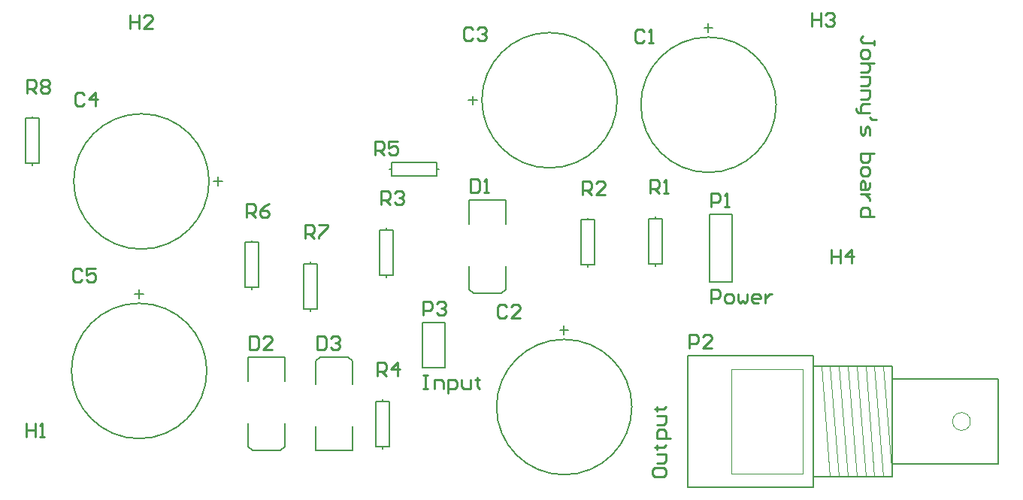
<source format=gto>
G04*
G04 #@! TF.GenerationSoftware,Altium Limited,Altium Designer,20.0.9 (164)*
G04*
G04 Layer_Color=65535*
%FSLAX25Y25*%
%MOIN*%
G70*
G01*
G75*
%ADD10C,0.00787*%
%ADD11C,0.00098*%
%ADD12C,0.00098*%
%ADD13C,0.01000*%
%ADD14C,0.00591*%
D10*
X85500Y54000D02*
G03*
X85500Y54000I-30000J0D01*
G01*
X267500Y174000D02*
G03*
X267500Y174000I-30000J0D01*
G01*
X338000Y172000D02*
G03*
X338000Y172000I-30000J0D01*
G01*
X274000Y38000D02*
G03*
X274000Y38000I-30000J0D01*
G01*
X86500Y138000D02*
G03*
X86500Y138000I-30000J0D01*
G01*
X150071Y48169D02*
Y58406D01*
X148299Y60177D02*
X150071Y58406D01*
X133909D02*
X135701Y60177D01*
X133929Y18839D02*
Y29469D01*
X150071Y18839D02*
Y29469D01*
X133929Y18839D02*
X150071D01*
X135701Y60177D02*
X148299D01*
X133929Y48169D02*
Y58406D01*
X308500Y123500D02*
X318500D01*
Y93500D02*
Y123500D01*
X308500Y93500D02*
X318500D01*
X308500D02*
Y123500D01*
X389492Y12681D02*
Y50476D01*
X354453Y6972D02*
Y56185D01*
X298941Y2445D02*
X354453D01*
Y6972D01*
X389492D01*
Y12681D01*
X436343D01*
Y50476D01*
X389492D02*
X436343D01*
X389492D02*
Y56185D01*
X354453D02*
X389492D01*
X354453D02*
Y60713D01*
X298941D02*
X354453D01*
X298941Y2445D02*
Y60713D01*
X181000Y55500D02*
Y75500D01*
Y55500D02*
X191000D01*
Y75500D01*
X181000D02*
X191000D01*
X8000Y166000D02*
Y166900D01*
Y145100D02*
Y146000D01*
Y166000D02*
X11000D01*
Y146000D02*
Y166000D01*
X5000Y146000D02*
X11000D01*
X5000D02*
Y166000D01*
X8000D01*
X284500Y101500D02*
X287500D01*
Y121500D01*
X281500D02*
X287500D01*
X281500Y101500D02*
Y121500D01*
Y101500D02*
X284500D01*
Y121500D02*
Y122400D01*
Y100600D02*
Y101500D01*
X251500Y121000D02*
X254500D01*
X251500Y101000D02*
Y121000D01*
Y101000D02*
X257500D01*
Y121000D01*
X254500D02*
X257500D01*
X254500Y100100D02*
Y101000D01*
Y121000D02*
Y121900D01*
X162000Y116500D02*
X165000D01*
X162000Y96500D02*
Y116500D01*
Y96500D02*
X168000D01*
Y116500D01*
X165000D02*
X168000D01*
X165000Y95600D02*
Y96500D01*
Y116500D02*
Y117400D01*
X160500Y40500D02*
X163500D01*
X160500Y20500D02*
Y40500D01*
Y20500D02*
X166500D01*
Y40500D01*
X163500D02*
X166500D01*
X163500Y19600D02*
Y20500D01*
Y40500D02*
Y41400D01*
X218071Y90232D02*
Y100469D01*
X203701Y88461D02*
X216299D01*
X201929Y129799D02*
X218071D01*
X201929Y119169D02*
Y129799D01*
X218071Y119169D02*
Y129799D01*
X216299Y88461D02*
X218091Y90232D01*
X201929D02*
X203701Y88461D01*
X201929Y90232D02*
Y100469D01*
X167500Y140500D02*
Y143500D01*
Y140500D02*
X187500D01*
Y146500D01*
X167500D02*
X187500D01*
X167500Y143500D02*
Y146500D01*
X187500Y143500D02*
X188400D01*
X166600D02*
X167500D01*
X120071Y20594D02*
Y30831D01*
X105701Y18823D02*
X118299D01*
X103929Y60161D02*
X120071D01*
X103929Y49531D02*
Y60161D01*
X120071Y49531D02*
Y60161D01*
X118299Y18823D02*
X120091Y20594D01*
X103929D02*
X105701Y18823D01*
X103929Y20594D02*
Y30831D01*
X128500Y101500D02*
X131500D01*
X128500Y81500D02*
Y101500D01*
Y81500D02*
X134500D01*
Y101500D01*
X131500D02*
X134500D01*
X131500Y80600D02*
Y81500D01*
Y101500D02*
Y102400D01*
X102500Y111000D02*
X105500D01*
X102500Y91000D02*
Y111000D01*
Y91000D02*
X108500D01*
Y111000D01*
X105500D02*
X108500D01*
X105500Y90100D02*
Y91000D01*
Y111000D02*
Y111900D01*
D11*
X424138Y31579D02*
G03*
X424138Y31579I-3937J0D01*
G01*
X349728Y8350D02*
Y54807D01*
X357996Y56185D02*
X361933Y6972D01*
Y56185D02*
X365870Y6972D01*
Y56185D02*
X369807Y6972D01*
Y56185D02*
X373744Y6972D01*
Y56185D02*
X377681Y6972D01*
Y56185D02*
X381618Y6972D01*
Y56185D02*
X385555Y6972D01*
Y56185D02*
X389492Y6972D01*
D12*
X436343Y12681D02*
Y50476D01*
X389492D02*
X436343D01*
X389492Y12681D02*
Y50476D01*
Y12681D02*
X436343D01*
X389492Y6972D02*
Y12681D01*
X354453Y6972D02*
X389492D01*
X354453D02*
Y56185D01*
X389492D01*
Y50476D02*
Y56185D01*
X354453Y2445D02*
Y6972D01*
X298941Y2445D02*
X354453D01*
X298941D02*
Y60713D01*
X354453D01*
Y56185D02*
Y60713D01*
X318232Y54807D02*
X349728D01*
X318232Y8350D02*
Y54807D01*
Y8350D02*
X349728D01*
D13*
X30099Y98498D02*
X29099Y99498D01*
X27100D01*
X26100Y98498D01*
Y94500D01*
X27100Y93500D01*
X29099D01*
X30099Y94500D01*
X36097Y99498D02*
X32098D01*
Y96499D01*
X34097Y97499D01*
X35097D01*
X36097Y96499D01*
Y94500D01*
X35097Y93500D01*
X33098D01*
X32098Y94500D01*
X134500Y69536D02*
Y63538D01*
X137499D01*
X138499Y64538D01*
Y68536D01*
X137499Y69536D01*
X134500D01*
X140498Y68536D02*
X141498Y69536D01*
X143497D01*
X144497Y68536D01*
Y67536D01*
X143497Y66537D01*
X142497D01*
X143497D01*
X144497Y65537D01*
Y64538D01*
X143497Y63538D01*
X141498D01*
X140498Y64538D01*
X309100Y84100D02*
Y90098D01*
X312099D01*
X313099Y89098D01*
Y87099D01*
X312099Y86099D01*
X309100D01*
X316098Y84100D02*
X318097D01*
X319097Y85100D01*
Y87099D01*
X318097Y88099D01*
X316098D01*
X315098Y87099D01*
Y85100D01*
X316098Y84100D01*
X321096Y88099D02*
Y85100D01*
X322096Y84100D01*
X323095Y85100D01*
X324095Y84100D01*
X325095Y85100D01*
Y88099D01*
X330093Y84100D02*
X328094D01*
X327094Y85100D01*
Y87099D01*
X328094Y88099D01*
X330093D01*
X331093Y87099D01*
Y86099D01*
X327094D01*
X333092Y88099D02*
Y84100D01*
Y86099D01*
X334092Y87099D01*
X335092Y88099D01*
X336091D01*
X309100Y126900D02*
Y132898D01*
X312099D01*
X313099Y131898D01*
Y129899D01*
X312099Y128899D01*
X309100D01*
X315098Y126900D02*
X317097D01*
X316098D01*
Y132898D01*
X315098Y131898D01*
X283001Y10004D02*
Y8005D01*
X284001Y7005D01*
X288000D01*
X288999Y8005D01*
Y10004D01*
X288000Y11004D01*
X284001D01*
X283001Y10004D01*
X285001Y13003D02*
X288000D01*
X288999Y14003D01*
Y17002D01*
X285001D01*
X284001Y20001D02*
X285001D01*
Y19001D01*
Y21001D01*
Y20001D01*
X288000D01*
X288999Y21001D01*
X290999Y24000D02*
X285001D01*
Y26999D01*
X286000Y27998D01*
X288000D01*
X288999Y26999D01*
Y24000D01*
X285001Y29998D02*
X288000D01*
X288999Y30997D01*
Y33996D01*
X285001D01*
X284001Y36995D02*
X285001D01*
Y35996D01*
Y37995D01*
Y36995D01*
X288000D01*
X288999Y37995D01*
X299500Y64100D02*
Y70098D01*
X302499D01*
X303499Y69098D01*
Y67099D01*
X302499Y66099D01*
X299500D01*
X309497Y64100D02*
X305498D01*
X309497Y68099D01*
Y69098D01*
X308497Y70098D01*
X306498D01*
X305498Y69098D01*
X181600Y52098D02*
X183599D01*
X182600D01*
Y46100D01*
X181600D01*
X183599D01*
X186598D02*
Y50099D01*
X189597D01*
X190597Y49099D01*
Y46100D01*
X192596Y44101D02*
Y50099D01*
X195596D01*
X196595Y49099D01*
Y47100D01*
X195596Y46100D01*
X192596D01*
X198594Y50099D02*
Y47100D01*
X199594Y46100D01*
X202593D01*
Y50099D01*
X205592Y51098D02*
Y50099D01*
X204593D01*
X206592D01*
X205592D01*
Y47100D01*
X206592Y46100D01*
X181600Y78900D02*
Y84898D01*
X184599D01*
X185599Y83898D01*
Y81899D01*
X184599Y80899D01*
X181600D01*
X187598Y83898D02*
X188598Y84898D01*
X190597D01*
X191597Y83898D01*
Y82899D01*
X190597Y81899D01*
X189597D01*
X190597D01*
X191597Y80899D01*
Y79900D01*
X190597Y78900D01*
X188598D01*
X187598Y79900D01*
X5650Y177150D02*
Y183148D01*
X8649D01*
X9649Y182148D01*
Y180149D01*
X8649Y179149D01*
X5650D01*
X7649D02*
X9649Y177150D01*
X11648Y182148D02*
X12648Y183148D01*
X14647D01*
X15647Y182148D01*
Y181149D01*
X14647Y180149D01*
X15647Y179149D01*
Y178150D01*
X14647Y177150D01*
X12648D01*
X11648Y178150D01*
Y179149D01*
X12648Y180149D01*
X11648Y181149D01*
Y182148D01*
X12648Y180149D02*
X14647D01*
X362350Y107648D02*
Y101650D01*
Y104649D01*
X366349D01*
Y107648D01*
Y101650D01*
X371347D02*
Y107648D01*
X368348Y104649D01*
X372347D01*
X381497Y198501D02*
Y200501D01*
Y199501D01*
X376499D01*
X375499Y200501D01*
Y201500D01*
X376499Y202500D01*
X375499Y195502D02*
Y193503D01*
X376499Y192503D01*
X378498D01*
X379498Y193503D01*
Y195502D01*
X378498Y196502D01*
X376499D01*
X375499Y195502D01*
X381497Y190504D02*
X375499D01*
X378498D01*
X379498Y189504D01*
Y187505D01*
X378498Y186505D01*
X375499D01*
Y184506D02*
X379498D01*
Y181507D01*
X378498Y180507D01*
X375499D01*
Y178508D02*
X379498D01*
Y175509D01*
X378498Y174509D01*
X375499D01*
X379498Y172510D02*
X376499D01*
X375499Y171510D01*
Y168511D01*
X374500D01*
X373500Y169511D01*
Y170510D01*
X375499Y168511D02*
X379498D01*
X382497Y165512D02*
X380498D01*
X379498Y166512D01*
X375499Y162513D02*
Y159514D01*
X376499Y158514D01*
X377499Y159514D01*
Y161513D01*
X378498Y162513D01*
X379498Y161513D01*
Y158514D01*
X381497Y150517D02*
X375499D01*
Y147518D01*
X376499Y146518D01*
X377499D01*
X378498D01*
X379498Y147518D01*
Y150517D01*
X375499Y143519D02*
Y141520D01*
X376499Y140520D01*
X378498D01*
X379498Y141520D01*
Y143519D01*
X378498Y144519D01*
X376499D01*
X375499Y143519D01*
X379498Y137521D02*
Y135522D01*
X378498Y134522D01*
X375499D01*
Y137521D01*
X376499Y138521D01*
X377499Y137521D01*
Y134522D01*
X379498Y132523D02*
X375499D01*
X377499D01*
X378498Y131523D01*
X379498Y130523D01*
Y129524D01*
X381497Y122526D02*
X375499D01*
Y125525D01*
X376499Y126525D01*
X378498D01*
X379498Y125525D01*
Y122526D01*
X353850Y212648D02*
Y206650D01*
Y209649D01*
X357849D01*
Y212648D01*
Y206650D01*
X359848Y211648D02*
X360848Y212648D01*
X362847D01*
X363847Y211648D01*
Y210649D01*
X362847Y209649D01*
X361847D01*
X362847D01*
X363847Y208649D01*
Y207650D01*
X362847Y206650D01*
X360848D01*
X359848Y207650D01*
X51350Y211648D02*
Y205650D01*
Y208649D01*
X55349D01*
Y211648D01*
Y205650D01*
X61347D02*
X57348D01*
X61347Y209649D01*
Y210648D01*
X60347Y211648D01*
X58348D01*
X57348Y210648D01*
X5350Y30648D02*
Y24650D01*
Y27649D01*
X9349D01*
Y30648D01*
Y24650D01*
X11348D02*
X13347D01*
X12348D01*
Y30648D01*
X11348Y29648D01*
X129100Y112700D02*
Y118698D01*
X132099D01*
X133099Y117698D01*
Y115699D01*
X132099Y114699D01*
X129100D01*
X131099D02*
X133099Y112700D01*
X135098Y118698D02*
X139097D01*
Y117698D01*
X135098Y113700D01*
Y112700D01*
X103150Y122150D02*
Y128148D01*
X106149D01*
X107149Y127148D01*
Y125149D01*
X106149Y124149D01*
X103150D01*
X105149D02*
X107149Y122150D01*
X113147Y128148D02*
X111147Y127148D01*
X109148Y125149D01*
Y123150D01*
X110148Y122150D01*
X112147D01*
X113147Y123150D01*
Y124149D01*
X112147Y125149D01*
X109148D01*
X160300Y149900D02*
Y155898D01*
X163299D01*
X164299Y154898D01*
Y152899D01*
X163299Y151899D01*
X160300D01*
X162299D02*
X164299Y149900D01*
X170297Y155898D02*
X166298D01*
Y152899D01*
X168297Y153899D01*
X169297D01*
X170297Y152899D01*
Y150900D01*
X169297Y149900D01*
X167298D01*
X166298Y150900D01*
X161150Y51650D02*
Y57648D01*
X164149D01*
X165149Y56648D01*
Y54649D01*
X164149Y53649D01*
X161150D01*
X163149D02*
X165149Y51650D01*
X170147D02*
Y57648D01*
X167148Y54649D01*
X171147D01*
X162650Y127650D02*
Y133648D01*
X165649D01*
X166649Y132648D01*
Y130649D01*
X165649Y129649D01*
X162650D01*
X164649D02*
X166649Y127650D01*
X168648Y132648D02*
X169648Y133648D01*
X171647D01*
X172647Y132648D01*
Y131649D01*
X171647Y130649D01*
X170647D01*
X171647D01*
X172647Y129649D01*
Y128650D01*
X171647Y127650D01*
X169648D01*
X168648Y128650D01*
X252150Y132150D02*
Y138148D01*
X255149D01*
X256149Y137148D01*
Y135149D01*
X255149Y134149D01*
X252150D01*
X254149D02*
X256149Y132150D01*
X262147D02*
X258148D01*
X262147Y136149D01*
Y137148D01*
X261147Y138148D01*
X259148D01*
X258148Y137148D01*
X282100Y132700D02*
Y138698D01*
X285099D01*
X286099Y137698D01*
Y135699D01*
X285099Y134699D01*
X282100D01*
X284099D02*
X286099Y132700D01*
X288098D02*
X290097D01*
X289098D01*
Y138698D01*
X288098Y137698D01*
X104500Y69598D02*
Y63600D01*
X107499D01*
X108499Y64600D01*
Y68598D01*
X107499Y69598D01*
X104500D01*
X114497Y63600D02*
X110498D01*
X114497Y67599D01*
Y68598D01*
X113497Y69598D01*
X111498D01*
X110498Y68598D01*
X202500Y139198D02*
Y133200D01*
X205499D01*
X206499Y134200D01*
Y138198D01*
X205499Y139198D01*
X202500D01*
X208498Y133200D02*
X210497D01*
X209498D01*
Y139198D01*
X208498Y138198D01*
X31149Y176348D02*
X30149Y177348D01*
X28150D01*
X27150Y176348D01*
Y172350D01*
X28150Y171350D01*
X30149D01*
X31149Y172350D01*
X36147Y171350D02*
Y177348D01*
X33148Y174349D01*
X37147D01*
X203500Y205499D02*
X202501Y206499D01*
X200501D01*
X199502Y205499D01*
Y201501D01*
X200501Y200501D01*
X202501D01*
X203500Y201501D01*
X205500Y205499D02*
X206499Y206499D01*
X208499D01*
X209498Y205499D01*
Y204500D01*
X208499Y203500D01*
X207499D01*
X208499D01*
X209498Y202500D01*
Y201501D01*
X208499Y200501D01*
X206499D01*
X205500Y201501D01*
X218599Y82498D02*
X217599Y83498D01*
X215600D01*
X214600Y82498D01*
Y78500D01*
X215600Y77500D01*
X217599D01*
X218599Y78500D01*
X224597Y77500D02*
X220598D01*
X224597Y81499D01*
Y82498D01*
X223597Y83498D01*
X221598D01*
X220598Y82498D01*
X279500Y204499D02*
X278500Y205499D01*
X276501D01*
X275501Y204499D01*
Y200501D01*
X276501Y199501D01*
X278500D01*
X279500Y200501D01*
X281499Y199501D02*
X283499D01*
X282499D01*
Y205499D01*
X281499Y204499D01*
D14*
X55449Y86015D02*
Y89951D01*
X53481Y87983D02*
X57417D01*
X205485Y173949D02*
X201549D01*
X203517Y171981D02*
Y175917D01*
X307949Y204015D02*
Y207951D01*
X305981Y205983D02*
X309917D01*
X243949Y70015D02*
Y73951D01*
X241981Y71983D02*
X245917D01*
X88515Y138051D02*
X92451D01*
X90483Y140019D02*
Y136083D01*
M02*

</source>
